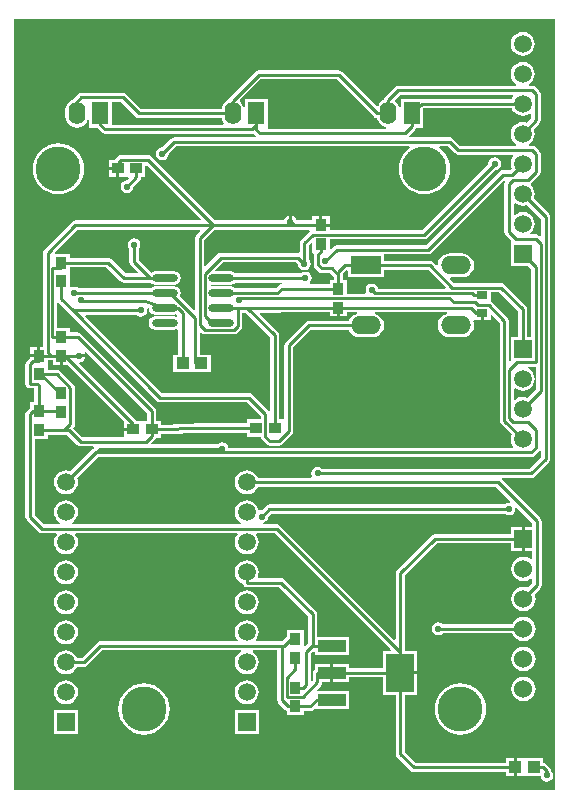
<source format=gbl>
G04*
G04 #@! TF.GenerationSoftware,Altium Limited,Altium Designer,18.1.6 (161)*
G04*
G04 Layer_Physical_Order=2*
G04 Layer_Color=16711680*
%FSLAX25Y25*%
%MOIN*%
G70*
G01*
G75*
%ADD11C,0.01000*%
%ADD31C,0.06000*%
%ADD32R,0.06000X0.06000*%
%ADD33R,0.05906X0.05906*%
%ADD34C,0.05906*%
%ADD35C,0.15000*%
%ADD36R,0.05500X0.07500*%
%ADD37O,0.05500X0.07500*%
%ADD38R,0.10000X0.06000*%
%ADD39O,0.10000X0.06000*%
%ADD40C,0.02200*%
%ADD41R,0.09449X0.12598*%
%ADD42R,0.09449X0.03937*%
%ADD43R,0.03740X0.03937*%
%ADD44R,0.04134X0.03937*%
%ADD45O,0.08661X0.02362*%
%ADD46R,0.03543X0.02756*%
%ADD47R,0.03937X0.03740*%
G36*
X181971Y-11971D02*
X1529D01*
Y244971D01*
X181971D01*
Y-11971D01*
D02*
G37*
%LPC*%
G36*
X171201Y240636D02*
X170169Y240501D01*
X169207Y240102D01*
X168382Y239469D01*
X167748Y238643D01*
X167350Y237682D01*
X167214Y236650D01*
X167350Y235618D01*
X167748Y234656D01*
X168382Y233830D01*
X169207Y233197D01*
X170169Y232799D01*
X171201Y232663D01*
X172233Y232799D01*
X173194Y233197D01*
X174020Y233830D01*
X174653Y234656D01*
X175052Y235618D01*
X175188Y236650D01*
X175052Y237682D01*
X174653Y238643D01*
X174020Y239469D01*
X173194Y240102D01*
X172233Y240501D01*
X171201Y240636D01*
D02*
G37*
G36*
Y230637D02*
X170169Y230501D01*
X169207Y230102D01*
X168382Y229469D01*
X167748Y228643D01*
X167350Y227681D01*
X167214Y226650D01*
X167350Y225618D01*
X167748Y224656D01*
X168382Y223831D01*
X168809Y223502D01*
X168894Y222824D01*
X168820Y222729D01*
X129700D01*
X129115Y222613D01*
X128619Y222281D01*
X125419Y219081D01*
X125087Y218585D01*
X124971Y218000D01*
Y217926D01*
X124609Y217776D01*
X123826Y217175D01*
X123224Y216391D01*
X123030Y215921D01*
X122539Y215824D01*
X110981Y227381D01*
X110485Y227713D01*
X109900Y227829D01*
X83200D01*
X82615Y227713D01*
X82119Y227381D01*
X73482Y218744D01*
X73150Y218248D01*
X73090Y217949D01*
X72672Y217776D01*
X71889Y217175D01*
X71287Y216391D01*
X70910Y215479D01*
X70850Y215029D01*
X44034D01*
X39181Y219881D01*
X38685Y220213D01*
X38100Y220329D01*
X24000D01*
X23415Y220213D01*
X22919Y219881D01*
X21545Y218507D01*
X21213Y218011D01*
X21205Y217970D01*
X20735Y217776D01*
X19951Y217175D01*
X19350Y216391D01*
X18972Y215479D01*
X18844Y214500D01*
Y212500D01*
X18972Y211521D01*
X19350Y210609D01*
X19951Y209825D01*
X20735Y209224D01*
X21647Y208846D01*
X22626Y208718D01*
X23605Y208846D01*
X24517Y209224D01*
X25300Y209825D01*
X25902Y210609D01*
X26280Y211521D01*
X26750Y211412D01*
Y208750D01*
X29331D01*
X29419Y208619D01*
X30919Y207119D01*
X31415Y206787D01*
X32000Y206671D01*
X81000D01*
X81503Y206771D01*
X82245Y206029D01*
X82038Y205529D01*
X55157D01*
X54572Y205413D01*
X54076Y205081D01*
X51130Y202136D01*
X50338Y201978D01*
X49643Y201514D01*
X49179Y200819D01*
X49016Y200000D01*
X49179Y199181D01*
X49643Y198486D01*
X50338Y198022D01*
X51157Y197859D01*
X51977Y198022D01*
X52671Y198486D01*
X53136Y199181D01*
X53293Y199973D01*
X55791Y202471D01*
X133416D01*
X133595Y201971D01*
X132460Y201040D01*
X131398Y199745D01*
X130609Y198269D01*
X130123Y196666D01*
X129959Y195000D01*
X130123Y193334D01*
X130609Y191731D01*
X131398Y190255D01*
X132460Y188961D01*
X133755Y187898D01*
X135231Y187109D01*
X136834Y186623D01*
X138500Y186459D01*
X140166Y186623D01*
X141769Y187109D01*
X143245Y187898D01*
X144539Y188961D01*
X145602Y190255D01*
X146391Y191731D01*
X146877Y193334D01*
X147041Y195000D01*
X146877Y196666D01*
X146391Y198269D01*
X145602Y199745D01*
X144539Y201040D01*
X143405Y201971D01*
X143584Y202471D01*
X146367D01*
X148719Y200119D01*
X149215Y199787D01*
X149800Y199671D01*
X167906D01*
X168153Y199171D01*
X167748Y198643D01*
X167350Y197681D01*
X167214Y196650D01*
X167350Y195618D01*
X167542Y195154D01*
X166968Y194579D01*
X164800D01*
X164215Y194463D01*
X163719Y194131D01*
X139117Y169529D01*
X109200D01*
X108615Y169413D01*
X108119Y169081D01*
X107332Y168295D01*
X106870Y168486D01*
Y171571D01*
X138300D01*
X138885Y171687D01*
X139381Y172019D01*
X161927Y194564D01*
X162719Y194722D01*
X163414Y195186D01*
X163878Y195881D01*
X164041Y196700D01*
X163878Y197519D01*
X163414Y198214D01*
X162719Y198678D01*
X161900Y198841D01*
X161081Y198678D01*
X160386Y198214D01*
X159922Y197519D01*
X159764Y196727D01*
X137666Y174629D01*
X106870D01*
Y175756D01*
X104000D01*
Y176256D01*
X103500D01*
Y179224D01*
X101130D01*
Y177785D01*
X95745D01*
X95678Y178119D01*
X95214Y178814D01*
X94519Y179278D01*
X94200Y179342D01*
Y177300D01*
X93200D01*
Y179342D01*
X92881Y179278D01*
X92186Y178814D01*
X91722Y178119D01*
X91655Y177785D01*
X68778D01*
X47381Y199181D01*
X46885Y199513D01*
X46300Y199629D01*
X37297D01*
X36711Y199513D01*
X36215Y199181D01*
X35115Y198081D01*
X35045Y197976D01*
X33228D01*
Y195606D01*
X36197D01*
Y195106D01*
X36697D01*
Y192236D01*
X39165D01*
Y192236D01*
X39527D01*
X39865Y191876D01*
X39907Y191774D01*
X39319Y191186D01*
X38527Y191029D01*
X37832Y190564D01*
X37368Y189870D01*
X37205Y189050D01*
X37368Y188231D01*
X37832Y187536D01*
X38527Y187072D01*
X39346Y186909D01*
X40166Y187072D01*
X40860Y187536D01*
X41325Y188231D01*
X41482Y189023D01*
X43577Y191119D01*
X43909Y191615D01*
X44025Y192200D01*
Y192236D01*
X45465D01*
Y196065D01*
X45965Y196273D01*
X63990Y178247D01*
X63799Y177785D01*
X22156D01*
X21571Y177669D01*
X21074Y177337D01*
X11819Y168081D01*
X11487Y167585D01*
X11371Y167000D01*
Y135724D01*
X10500D01*
Y132756D01*
X10000D01*
Y132256D01*
X7130D01*
Y132023D01*
X6919Y131881D01*
X5919Y130881D01*
X5587Y130385D01*
X5471Y129800D01*
Y123300D01*
X5587Y122715D01*
X5919Y122219D01*
X6415Y121887D01*
X7000Y121771D01*
X8471D01*
Y117224D01*
X7130D01*
Y115479D01*
X6919Y115337D01*
X5919Y114337D01*
X5587Y113841D01*
X5471Y113256D01*
Y79100D01*
X5587Y78515D01*
X5919Y78019D01*
X10019Y73919D01*
X10515Y73587D01*
X11100Y73471D01*
X15667D01*
X15913Y72971D01*
X15547Y72493D01*
X15149Y71532D01*
X15013Y70500D01*
X15149Y69468D01*
X15547Y68507D01*
X16181Y67681D01*
X17007Y67047D01*
X17968Y66649D01*
X19000Y66513D01*
X20032Y66649D01*
X20993Y67047D01*
X21819Y67681D01*
X22453Y68507D01*
X22851Y69468D01*
X22987Y70500D01*
X22851Y71532D01*
X22453Y72493D01*
X22087Y72971D01*
X22333Y73471D01*
X75967D01*
X76213Y72971D01*
X75847Y72493D01*
X75449Y71532D01*
X75313Y70500D01*
X75449Y69468D01*
X75847Y68507D01*
X76481Y67681D01*
X77307Y67047D01*
X78268Y66649D01*
X79300Y66513D01*
X80332Y66649D01*
X81293Y67047D01*
X82119Y67681D01*
X82753Y68507D01*
X83151Y69468D01*
X83287Y70500D01*
X83151Y71532D01*
X82753Y72493D01*
X82387Y72971D01*
X82633Y73471D01*
X88666D01*
X127376Y34761D01*
X127185Y34299D01*
X124693D01*
Y28529D01*
X113307D01*
Y29969D01*
X108083D01*
Y27000D01*
Y24032D01*
X113307D01*
Y25471D01*
X124693D01*
Y19701D01*
X128888D01*
Y0D01*
X129004Y-585D01*
X129336Y-1081D01*
X133836Y-5581D01*
X134332Y-5913D01*
X134917Y-6029D01*
X165634D01*
Y-7468D01*
X168201D01*
Y-4500D01*
Y-1531D01*
X165634D01*
Y-2971D01*
X135551D01*
X131947Y634D01*
Y19701D01*
X136142D01*
Y26500D01*
X130417D01*
Y27500D01*
X136142D01*
Y34299D01*
X131947D01*
Y59534D01*
X142534Y70120D01*
X167500D01*
Y67650D01*
X171000D01*
Y71650D01*
Y75650D01*
X167500D01*
Y73179D01*
X141900D01*
X141315Y73063D01*
X140819Y72731D01*
X129336Y61248D01*
X129004Y60752D01*
X128888Y60167D01*
Y38228D01*
X128426Y38037D01*
X90381Y76081D01*
X89885Y76413D01*
X89300Y76529D01*
X84704D01*
X84655Y77029D01*
X85119Y77122D01*
X85814Y77586D01*
X86278Y78281D01*
X86436Y79073D01*
X87433Y80071D01*
X165209D01*
X165881Y79622D01*
X166700Y79459D01*
X167519Y79622D01*
X168214Y80086D01*
X168678Y80781D01*
X168841Y81600D01*
X168794Y81836D01*
X169255Y82082D01*
X174471Y76867D01*
Y75650D01*
X172000D01*
Y71650D01*
Y67650D01*
X174471D01*
Y65042D01*
X173971Y64796D01*
X173517Y65144D01*
X172544Y65547D01*
X171500Y65684D01*
X170456Y65547D01*
X169483Y65144D01*
X168647Y64502D01*
X168006Y63667D01*
X167603Y62694D01*
X167465Y61650D01*
X167603Y60605D01*
X168006Y59632D01*
X168647Y58797D01*
X169483Y58156D01*
X170456Y57753D01*
X171500Y57615D01*
X172544Y57753D01*
X173517Y58156D01*
X173971Y58504D01*
X174471Y58257D01*
Y56783D01*
X173032Y55345D01*
X172544Y55547D01*
X171500Y55684D01*
X170456Y55547D01*
X169483Y55144D01*
X168647Y54502D01*
X168006Y53667D01*
X167603Y52694D01*
X167465Y51650D01*
X167603Y50605D01*
X168006Y49632D01*
X168647Y48797D01*
X169483Y48156D01*
X170456Y47753D01*
X171500Y47615D01*
X172544Y47753D01*
X173517Y48156D01*
X174353Y48797D01*
X174994Y49632D01*
X175397Y50605D01*
X175534Y51650D01*
X175397Y52694D01*
X175195Y53182D01*
X177081Y55068D01*
X177413Y55564D01*
X177529Y56150D01*
Y77500D01*
X177413Y78085D01*
X177081Y78581D01*
X164192Y91471D01*
X164329Y91908D01*
X164377Y91971D01*
X173958D01*
X174543Y92087D01*
X175039Y92419D01*
X179935Y97314D01*
X180267Y97810D01*
X180383Y98396D01*
Y178997D01*
X180267Y179582D01*
X179935Y180078D01*
X174860Y185154D01*
X175052Y185618D01*
X175188Y186650D01*
X175052Y187681D01*
X174653Y188643D01*
X174020Y189469D01*
X173925Y189541D01*
X173909Y190042D01*
X173987Y190124D01*
X176781Y192919D01*
X177113Y193415D01*
X177229Y194000D01*
Y200000D01*
X177113Y200585D01*
X176781Y201081D01*
X175581Y202281D01*
X175085Y202613D01*
X174500Y202729D01*
X173581D01*
X173508Y202824D01*
X173592Y203502D01*
X174020Y203831D01*
X174653Y204656D01*
X175052Y205618D01*
X175188Y206650D01*
X175052Y207681D01*
X174860Y208145D01*
X176781Y210067D01*
X177113Y210563D01*
X177229Y211149D01*
Y220000D01*
X177113Y220585D01*
X176781Y221081D01*
X175581Y222281D01*
X175085Y222613D01*
X174500Y222729D01*
X173581D01*
X173508Y222824D01*
X173592Y223502D01*
X174020Y223831D01*
X174653Y224656D01*
X175052Y225618D01*
X175188Y226650D01*
X175052Y227681D01*
X174653Y228643D01*
X174020Y229469D01*
X173194Y230102D01*
X172233Y230501D01*
X171201Y230637D01*
D02*
G37*
G36*
X35697Y194606D02*
X33228D01*
Y192236D01*
X35697D01*
Y194606D01*
D02*
G37*
G36*
X16500Y203541D02*
X14834Y203377D01*
X13231Y202891D01*
X11755Y202102D01*
X10460Y201040D01*
X9398Y199745D01*
X8609Y198269D01*
X8123Y196666D01*
X7959Y195000D01*
X8123Y193334D01*
X8609Y191731D01*
X9398Y190255D01*
X10460Y188961D01*
X11755Y187898D01*
X13231Y187109D01*
X14834Y186623D01*
X16500Y186459D01*
X18166Y186623D01*
X19769Y187109D01*
X21245Y187898D01*
X22539Y188961D01*
X23602Y190255D01*
X24391Y191731D01*
X24877Y193334D01*
X25041Y195000D01*
X24877Y196666D01*
X24391Y198269D01*
X23602Y199745D01*
X22539Y201040D01*
X21245Y202102D01*
X19769Y202891D01*
X18166Y203377D01*
X16500Y203541D01*
D02*
G37*
G36*
X106870Y179224D02*
X104500D01*
Y176756D01*
X106870D01*
Y179224D01*
D02*
G37*
G36*
X9500Y135724D02*
X7130D01*
Y133256D01*
X9500D01*
Y135724D01*
D02*
G37*
G36*
X19000Y64487D02*
X17968Y64351D01*
X17007Y63953D01*
X16181Y63319D01*
X15547Y62493D01*
X15149Y61532D01*
X15013Y60500D01*
X15149Y59468D01*
X15547Y58507D01*
X16181Y57681D01*
X17007Y57047D01*
X17968Y56649D01*
X19000Y56513D01*
X20032Y56649D01*
X20993Y57047D01*
X21819Y57681D01*
X22453Y58507D01*
X22851Y59468D01*
X22987Y60500D01*
X22851Y61532D01*
X22453Y62493D01*
X21819Y63319D01*
X20993Y63953D01*
X20032Y64351D01*
X19000Y64487D01*
D02*
G37*
G36*
X79300Y54487D02*
X78268Y54351D01*
X77307Y53953D01*
X76481Y53319D01*
X75847Y52493D01*
X75449Y51532D01*
X75313Y50500D01*
X75449Y49468D01*
X75847Y48507D01*
X76481Y47681D01*
X77307Y47047D01*
X78268Y46649D01*
X79300Y46513D01*
X80332Y46649D01*
X81293Y47047D01*
X82119Y47681D01*
X82753Y48507D01*
X83151Y49468D01*
X83287Y50500D01*
X83151Y51532D01*
X82753Y52493D01*
X82119Y53319D01*
X81293Y53953D01*
X80332Y54351D01*
X79300Y54487D01*
D02*
G37*
G36*
X19000D02*
X17968Y54351D01*
X17007Y53953D01*
X16181Y53319D01*
X15547Y52493D01*
X15149Y51532D01*
X15013Y50500D01*
X15149Y49468D01*
X15547Y48507D01*
X16181Y47681D01*
X17007Y47047D01*
X17968Y46649D01*
X19000Y46513D01*
X20032Y46649D01*
X20993Y47047D01*
X21819Y47681D01*
X22453Y48507D01*
X22851Y49468D01*
X22987Y50500D01*
X22851Y51532D01*
X22453Y52493D01*
X21819Y53319D01*
X20993Y53953D01*
X20032Y54351D01*
X19000Y54487D01*
D02*
G37*
G36*
X171500Y45684D02*
X170456Y45547D01*
X169483Y45144D01*
X168647Y44502D01*
X168006Y43667D01*
X167804Y43179D01*
X144541D01*
X143870Y43628D01*
X143050Y43791D01*
X142231Y43628D01*
X141536Y43164D01*
X141072Y42469D01*
X140909Y41650D01*
X141072Y40830D01*
X141536Y40136D01*
X142231Y39671D01*
X143050Y39509D01*
X143870Y39671D01*
X144541Y40120D01*
X167804D01*
X168006Y39632D01*
X168647Y38797D01*
X169483Y38156D01*
X170456Y37753D01*
X171500Y37615D01*
X172544Y37753D01*
X173517Y38156D01*
X174353Y38797D01*
X174994Y39632D01*
X175397Y40605D01*
X175534Y41650D01*
X175397Y42694D01*
X174994Y43667D01*
X174353Y44502D01*
X173517Y45144D01*
X172544Y45547D01*
X171500Y45684D01*
D02*
G37*
G36*
X19000Y44487D02*
X17968Y44351D01*
X17007Y43953D01*
X16181Y43319D01*
X15547Y42493D01*
X15149Y41532D01*
X15013Y40500D01*
X15149Y39468D01*
X15547Y38507D01*
X16181Y37681D01*
X17007Y37047D01*
X17968Y36649D01*
X19000Y36513D01*
X20032Y36649D01*
X20993Y37047D01*
X21819Y37681D01*
X22453Y38507D01*
X22851Y39468D01*
X22987Y40500D01*
X22851Y41532D01*
X22453Y42493D01*
X21819Y43319D01*
X20993Y43953D01*
X20032Y44351D01*
X19000Y44487D01*
D02*
G37*
G36*
X79300Y64487D02*
X78268Y64351D01*
X77307Y63953D01*
X76481Y63319D01*
X75847Y62493D01*
X75449Y61532D01*
X75313Y60500D01*
X75449Y59468D01*
X75847Y58507D01*
X76481Y57681D01*
X77307Y57047D01*
X77824Y56833D01*
X77887Y56515D01*
X78219Y56019D01*
X78715Y55687D01*
X79300Y55571D01*
X90066D01*
X99771Y45867D01*
Y36933D01*
X98832Y35995D01*
X98370Y36186D01*
Y41189D01*
X92630D01*
Y39013D01*
X91146Y37529D01*
X82633D01*
X82387Y38029D01*
X82753Y38507D01*
X83151Y39468D01*
X83287Y40500D01*
X83151Y41532D01*
X82753Y42493D01*
X82119Y43319D01*
X81293Y43953D01*
X80332Y44351D01*
X79300Y44487D01*
X78268Y44351D01*
X77307Y43953D01*
X76481Y43319D01*
X75847Y42493D01*
X75449Y41532D01*
X75313Y40500D01*
X75449Y39468D01*
X75847Y38507D01*
X76213Y38029D01*
X75967Y37529D01*
X30400D01*
X29815Y37413D01*
X29318Y37081D01*
X24266Y32029D01*
X22645D01*
X22453Y32493D01*
X21819Y33319D01*
X20993Y33953D01*
X20032Y34351D01*
X19000Y34487D01*
X17968Y34351D01*
X17007Y33953D01*
X16181Y33319D01*
X15547Y32493D01*
X15149Y31532D01*
X15013Y30500D01*
X15149Y29468D01*
X15547Y28507D01*
X16181Y27681D01*
X17007Y27047D01*
X17968Y26649D01*
X19000Y26513D01*
X20032Y26649D01*
X20993Y27047D01*
X21819Y27681D01*
X22453Y28507D01*
X22645Y28971D01*
X24900D01*
X25485Y29087D01*
X25981Y29419D01*
X31034Y34471D01*
X77250D01*
X77350Y33971D01*
X77307Y33953D01*
X76481Y33319D01*
X75847Y32493D01*
X75449Y31532D01*
X75313Y30500D01*
X75449Y29468D01*
X75847Y28507D01*
X76481Y27681D01*
X77307Y27047D01*
X78268Y26649D01*
X79300Y26513D01*
X80332Y26649D01*
X81293Y27047D01*
X82119Y27681D01*
X82753Y28507D01*
X83151Y29468D01*
X83287Y30500D01*
X83151Y31532D01*
X82753Y32493D01*
X82119Y33319D01*
X81293Y33953D01*
X81250Y33971D01*
X81350Y34471D01*
X89400D01*
Y18000D01*
X89517Y17415D01*
X89848Y16919D01*
X92069Y14698D01*
X92565Y14367D01*
X92630Y14354D01*
Y12811D01*
X98370D01*
Y14250D01*
X100400D01*
X100985Y14367D01*
X101481Y14698D01*
X101481Y14698D01*
X101488Y14703D01*
X101858Y14976D01*
X113307D01*
Y20913D01*
X102719D01*
X102528Y21375D01*
X103881Y22729D01*
X104213Y23225D01*
X104329Y23810D01*
Y24032D01*
X107083D01*
Y27000D01*
Y29969D01*
X101858D01*
Y28175D01*
X101719Y28081D01*
X101387Y27585D01*
X101271Y27000D01*
Y24538D01*
X101024Y24343D01*
X100529Y24565D01*
Y33367D01*
X101358Y34195D01*
X101858Y33988D01*
Y33087D01*
X113307D01*
Y39024D01*
X102829D01*
Y46500D01*
X102713Y47085D01*
X102381Y47581D01*
X91781Y58181D01*
X91285Y58513D01*
X90700Y58629D01*
X83254D01*
X82976Y59045D01*
X83151Y59468D01*
X83287Y60500D01*
X83151Y61532D01*
X82753Y62493D01*
X82119Y63319D01*
X81293Y63953D01*
X80332Y64351D01*
X79300Y64487D01*
D02*
G37*
G36*
X171500Y35684D02*
X170456Y35547D01*
X169483Y35144D01*
X168647Y34502D01*
X168006Y33667D01*
X167603Y32694D01*
X167465Y31650D01*
X167603Y30605D01*
X168006Y29632D01*
X168647Y28797D01*
X169483Y28156D01*
X170456Y27753D01*
X171500Y27615D01*
X172544Y27753D01*
X173517Y28156D01*
X174353Y28797D01*
X174994Y29632D01*
X175397Y30605D01*
X175534Y31650D01*
X175397Y32694D01*
X174994Y33667D01*
X174353Y34502D01*
X173517Y35144D01*
X172544Y35547D01*
X171500Y35684D01*
D02*
G37*
G36*
Y25684D02*
X170456Y25547D01*
X169483Y25144D01*
X168647Y24502D01*
X168006Y23667D01*
X167603Y22694D01*
X167465Y21650D01*
X167603Y20605D01*
X168006Y19632D01*
X168647Y18797D01*
X169483Y18156D01*
X170456Y17752D01*
X171500Y17615D01*
X172544Y17752D01*
X173517Y18156D01*
X174353Y18797D01*
X174994Y19632D01*
X175397Y20605D01*
X175534Y21650D01*
X175397Y22694D01*
X174994Y23667D01*
X174353Y24502D01*
X173517Y25144D01*
X172544Y25547D01*
X171500Y25684D01*
D02*
G37*
G36*
X79300Y24487D02*
X78268Y24351D01*
X77307Y23953D01*
X76481Y23319D01*
X75847Y22493D01*
X75449Y21532D01*
X75313Y20500D01*
X75449Y19468D01*
X75847Y18507D01*
X76481Y17681D01*
X77307Y17047D01*
X78268Y16649D01*
X79300Y16513D01*
X80332Y16649D01*
X81293Y17047D01*
X82119Y17681D01*
X82753Y18507D01*
X83151Y19468D01*
X83287Y20500D01*
X83151Y21532D01*
X82753Y22493D01*
X82119Y23319D01*
X81293Y23953D01*
X80332Y24351D01*
X79300Y24487D01*
D02*
G37*
G36*
X19000D02*
X17968Y24351D01*
X17007Y23953D01*
X16181Y23319D01*
X15547Y22493D01*
X15149Y21532D01*
X15013Y20500D01*
X15149Y19468D01*
X15547Y18507D01*
X16181Y17681D01*
X17007Y17047D01*
X17968Y16649D01*
X19000Y16513D01*
X20032Y16649D01*
X20993Y17047D01*
X21819Y17681D01*
X22453Y18507D01*
X22851Y19468D01*
X22987Y20500D01*
X22851Y21532D01*
X22453Y22493D01*
X21819Y23319D01*
X20993Y23953D01*
X20032Y24351D01*
X19000Y24487D01*
D02*
G37*
G36*
X83253Y14453D02*
X75347D01*
Y6547D01*
X83253D01*
Y14453D01*
D02*
G37*
G36*
X22953D02*
X15047D01*
Y6547D01*
X22953D01*
Y14453D01*
D02*
G37*
G36*
X150500Y23479D02*
X148834Y23315D01*
X147231Y22829D01*
X145755Y22040D01*
X144460Y20978D01*
X143398Y19683D01*
X142609Y18207D01*
X142123Y16604D01*
X141959Y14938D01*
X142123Y13272D01*
X142609Y11670D01*
X143398Y10193D01*
X144460Y8899D01*
X145755Y7836D01*
X147231Y7047D01*
X148834Y6561D01*
X150500Y6397D01*
X152166Y6561D01*
X153769Y7047D01*
X155245Y7836D01*
X156539Y8899D01*
X157602Y10193D01*
X158391Y11670D01*
X158877Y13272D01*
X159041Y14938D01*
X158877Y16604D01*
X158391Y18207D01*
X157602Y19683D01*
X156539Y20978D01*
X155245Y22040D01*
X153769Y22829D01*
X152166Y23315D01*
X150500Y23479D01*
D02*
G37*
G36*
X45000D02*
X43334Y23315D01*
X41732Y22829D01*
X40255Y22040D01*
X38960Y20978D01*
X37898Y19683D01*
X37109Y18207D01*
X36623Y16604D01*
X36459Y14938D01*
X36623Y13272D01*
X37109Y11670D01*
X37898Y10193D01*
X38960Y8899D01*
X40255Y7836D01*
X41732Y7047D01*
X43334Y6561D01*
X45000Y6397D01*
X46666Y6561D01*
X48268Y7047D01*
X49745Y7836D01*
X51039Y8899D01*
X52102Y10193D01*
X52891Y11670D01*
X53377Y13272D01*
X53541Y14938D01*
X53377Y16604D01*
X52891Y18207D01*
X52102Y19683D01*
X51039Y20978D01*
X49745Y22040D01*
X48268Y22829D01*
X46666Y23315D01*
X45000Y23479D01*
D02*
G37*
G36*
X171933Y-1531D02*
X171433Y-1531D01*
X169201D01*
Y-4500D01*
Y-7468D01*
X171433D01*
X171768Y-7468D01*
X172268Y-7468D01*
X177212D01*
X177322Y-8019D01*
X177786Y-8714D01*
X178481Y-9178D01*
X179300Y-9341D01*
X180119Y-9178D01*
X180814Y-8714D01*
X181278Y-8019D01*
X181441Y-7200D01*
X181278Y-6381D01*
X180814Y-5686D01*
X180806Y-5680D01*
X180713Y-5215D01*
X180381Y-4719D01*
X179081Y-3419D01*
X178585Y-3087D01*
X178067Y-2984D01*
Y-1531D01*
X172268D01*
X171933Y-1531D01*
D02*
G37*
%LPD*%
G36*
X168153Y219171D02*
X167748Y218643D01*
X167556Y218179D01*
X138124D01*
Y218250D01*
X130624D01*
Y215588D01*
X130154Y215479D01*
X129776Y216391D01*
X129174Y217175D01*
X128719Y217524D01*
X128686Y218023D01*
X130333Y219671D01*
X167906D01*
X168153Y219171D01*
D02*
G37*
G36*
X167748Y214656D02*
X168382Y213830D01*
X169207Y213197D01*
X170169Y212799D01*
X171201Y212663D01*
X172233Y212799D01*
X173194Y213197D01*
X173671Y213562D01*
X174171Y213316D01*
Y211782D01*
X172697Y210308D01*
X172233Y210501D01*
X171201Y210636D01*
X170169Y210501D01*
X169207Y210102D01*
X168382Y209469D01*
X167748Y208643D01*
X167350Y207681D01*
X167214Y206650D01*
X167350Y205618D01*
X167748Y204656D01*
X168382Y203831D01*
X168809Y203502D01*
X168894Y202824D01*
X168820Y202729D01*
X150434D01*
X148081Y205081D01*
X147585Y205413D01*
X147000Y205529D01*
X133599D01*
X133392Y206029D01*
X135455Y208093D01*
X135787Y208589D01*
X135819Y208750D01*
X138124D01*
Y215087D01*
X138157Y215120D01*
X167556D01*
X167748Y214656D01*
D02*
G37*
G36*
X42319Y212419D02*
X42815Y212087D01*
X43400Y211971D01*
X70850D01*
X70910Y211521D01*
X71287Y210609D01*
X71579Y210229D01*
X71332Y209729D01*
X34250D01*
Y217271D01*
X37466D01*
X42319Y212419D01*
D02*
G37*
G36*
X121619D02*
X122115Y212087D01*
X122700Y211971D01*
X122787D01*
X122846Y211521D01*
X123224Y210609D01*
X123826Y209825D01*
X124609Y209224D01*
X125521Y208846D01*
X125651Y208829D01*
X125618Y208329D01*
X86379D01*
X86187Y208750D01*
Y218250D01*
X78687D01*
Y215588D01*
X78216Y215479D01*
X77839Y216391D01*
X77237Y217175D01*
X76973Y217378D01*
X76940Y217877D01*
X83833Y224771D01*
X109266D01*
X121619Y212419D01*
D02*
G37*
G36*
X169207Y183197D02*
X170169Y182799D01*
X171201Y182663D01*
X172233Y182799D01*
X172697Y182991D01*
X177324Y178363D01*
Y172792D01*
X176862Y172601D01*
X176781Y172681D01*
X176285Y173013D01*
X175700Y173129D01*
X173928D01*
X173758Y173629D01*
X174020Y173830D01*
X174653Y174656D01*
X175052Y175618D01*
X175188Y176650D01*
X175052Y177682D01*
X174653Y178643D01*
X174020Y179469D01*
X173194Y180102D01*
X172233Y180501D01*
X171201Y180637D01*
X170169Y180501D01*
X169207Y180102D01*
X168729Y179736D01*
X168229Y179982D01*
Y183317D01*
X168729Y183564D01*
X169207Y183197D01*
D02*
G37*
G36*
X100286Y174226D02*
X100219Y174181D01*
X97304Y171267D01*
X96973Y170771D01*
X96856Y170186D01*
Y167216D01*
X96470Y166899D01*
X96386Y166915D01*
X70586D01*
X70000Y166799D01*
X69504Y166467D01*
X65591Y162554D01*
X65129Y162746D01*
Y171337D01*
X68748Y174726D01*
X100134D01*
X100286Y174226D01*
D02*
G37*
G36*
X101130Y170114D02*
Y166988D01*
X101247D01*
X101564Y166602D01*
X101545Y166502D01*
Y163000D01*
X101661Y162415D01*
X101993Y161919D01*
X103199Y160712D01*
X103695Y160381D01*
X104280Y160264D01*
X106921D01*
X108219Y158967D01*
Y158020D01*
X106878D01*
Y156581D01*
X100454D01*
X100303Y157081D01*
X100320Y157092D01*
X100784Y157787D01*
X100947Y158606D01*
X100784Y159426D01*
X100320Y160120D01*
X99626Y160584D01*
X98806Y160747D01*
X97987Y160584D01*
X97315Y160136D01*
X75550D01*
X75521Y160179D01*
X74800Y160661D01*
X73949Y160830D01*
X68846D01*
X68655Y161292D01*
X71219Y163856D01*
X95752D01*
X96250Y163359D01*
X96408Y162566D01*
X96872Y161872D01*
X97566Y161408D01*
X98386Y161245D01*
X99205Y161408D01*
X99900Y161872D01*
X100364Y162566D01*
X100527Y163386D01*
X100364Y164205D01*
X99915Y164877D01*
Y169552D01*
X100668Y170305D01*
X101130Y170114D01*
D02*
G37*
G36*
X145546Y155491D02*
X145354Y155029D01*
X123056D01*
X122978Y155419D01*
X122514Y156114D01*
X121819Y156578D01*
X121000Y156741D01*
X120181Y156578D01*
X119486Y156114D01*
X119022Y155419D01*
X118859Y154600D01*
X118992Y153929D01*
X118701Y153429D01*
X112618D01*
Y158020D01*
X111277D01*
Y159922D01*
X112465Y161109D01*
X112965Y160902D01*
Y158807D01*
X124965D01*
Y161278D01*
X139760D01*
X145546Y155491D01*
D02*
G37*
G36*
X90945Y156581D02*
X90360Y156464D01*
X89864Y156133D01*
X88867Y155136D01*
X75550D01*
X75521Y155179D01*
X74800Y155661D01*
X73949Y155830D01*
X67650D01*
X67579Y155816D01*
X67225Y156106D01*
X67579Y156396D01*
X67650Y156382D01*
X73949D01*
X74800Y156552D01*
X75521Y157034D01*
X75550Y157077D01*
X90936D01*
X90945Y156581D01*
D02*
G37*
G36*
X63777Y174261D02*
X62555Y173116D01*
X62540Y173096D01*
X62519Y173081D01*
X62366Y172854D01*
X62207Y172631D01*
X62201Y172606D01*
X62187Y172585D01*
X62134Y172317D01*
X62071Y172050D01*
X62076Y172025D01*
X62071Y172000D01*
Y148095D01*
X61609Y147904D01*
X56966Y152546D01*
X57106Y152755D01*
X57275Y153606D01*
X57106Y154457D01*
X56624Y155179D01*
X55902Y155661D01*
X55051Y155830D01*
X48752D01*
X47901Y155661D01*
X47179Y155179D01*
X47151Y155136D01*
X23191D01*
X22519Y155584D01*
X21700Y155747D01*
X20881Y155584D01*
X20811Y155538D01*
X20370Y155774D01*
Y160425D01*
X20370Y160425D01*
Y160787D01*
X20370D01*
X20370Y160925D01*
Y162226D01*
X32467D01*
X37168Y157525D01*
X37664Y157193D01*
X38250Y157077D01*
X47151D01*
X47179Y157034D01*
X47901Y156552D01*
X48752Y156382D01*
X55051D01*
X55902Y156552D01*
X56624Y157034D01*
X57106Y157755D01*
X57275Y158606D01*
X57106Y159457D01*
X56624Y160179D01*
X55902Y160661D01*
X55051Y160830D01*
X48752D01*
X47901Y160661D01*
X47482Y160381D01*
X43229Y164634D01*
Y168209D01*
X43678Y168881D01*
X43841Y169700D01*
X43678Y170519D01*
X43214Y171214D01*
X42519Y171678D01*
X41700Y171841D01*
X40881Y171678D01*
X40186Y171214D01*
X39722Y170519D01*
X39559Y169700D01*
X39722Y168881D01*
X40171Y168209D01*
Y164000D01*
X40287Y163415D01*
X40619Y162919D01*
X42940Y160598D01*
X42748Y160136D01*
X38883D01*
X34181Y164837D01*
X33685Y165169D01*
X33100Y165285D01*
X20370D01*
Y166724D01*
X15440D01*
X15249Y167186D01*
X22789Y174726D01*
X63594D01*
X63777Y174261D01*
D02*
G37*
G36*
X110248Y145783D02*
X112618D01*
Y147223D01*
X116029D01*
X116061Y146723D01*
X115920Y146704D01*
X114947Y146301D01*
X114112Y145660D01*
X113471Y144824D01*
X113268Y144336D01*
X100000D01*
X99415Y144220D01*
X98919Y143888D01*
X92219Y137188D01*
X91887Y136692D01*
X91771Y136107D01*
Y111913D01*
X91618Y111476D01*
X90179D01*
Y139457D01*
X90063Y140042D01*
X89731Y140538D01*
X83654Y146615D01*
X83846Y147077D01*
X90200D01*
X90785Y147193D01*
X90829Y147223D01*
X106878D01*
Y145783D01*
X109248D01*
Y148752D01*
X110248D01*
Y145783D01*
D02*
G37*
G36*
X46531Y148592D02*
X46697Y147755D01*
X47179Y147034D01*
X47901Y146552D01*
X48752Y146382D01*
X55051D01*
X55685Y146509D01*
X56119Y146143D01*
X56112Y146038D01*
X55643Y145712D01*
X55051Y145830D01*
X48752D01*
X47901Y145661D01*
X47179Y145179D01*
X46697Y144457D01*
X46528Y143606D01*
X46697Y142755D01*
X47179Y142034D01*
X47901Y141552D01*
X48752Y141382D01*
X55051D01*
X55821Y141535D01*
X56321Y141289D01*
Y133075D01*
X54783D01*
Y127138D01*
X60917D01*
X60917Y127138D01*
X61083D01*
Y127138D01*
X61417Y127138D01*
X67216D01*
Y133075D01*
X63529D01*
Y140323D01*
X63991Y140514D01*
X64287Y140219D01*
X64783Y139887D01*
X65368Y139771D01*
X75000D01*
X75585Y139887D01*
X76081Y140219D01*
X77381Y141519D01*
X77713Y142015D01*
X77829Y142600D01*
Y147077D01*
X78866D01*
X87120Y138823D01*
Y114375D01*
X86620Y114223D01*
X86581Y114281D01*
X81081Y119781D01*
X80585Y120113D01*
X80000Y120229D01*
X51022D01*
X25343Y145909D01*
X25535Y146371D01*
X42509D01*
X43181Y145922D01*
X44000Y145759D01*
X44819Y145922D01*
X45514Y146386D01*
X45978Y147081D01*
X46141Y147900D01*
X46069Y148262D01*
X46414Y148577D01*
X46511Y148606D01*
X46531Y148592D01*
D02*
G37*
G36*
X165451Y190831D02*
X165287Y190585D01*
X165171Y190000D01*
Y174000D01*
X165287Y173415D01*
X165619Y172919D01*
X167473Y171064D01*
X167281Y170602D01*
X167248D01*
Y162697D01*
X172991D01*
X174124Y161563D01*
Y138953D01*
X172730D01*
Y148199D01*
X172614Y148784D01*
X172282Y149281D01*
X165081Y156481D01*
X164585Y156813D01*
X164000Y156929D01*
X148433D01*
X147090Y158273D01*
X147298Y158773D01*
X150965D01*
X152009Y158910D01*
X152982Y159313D01*
X153817Y159954D01*
X154459Y160790D01*
X154862Y161763D01*
X154999Y162807D01*
X154862Y163851D01*
X154459Y164824D01*
X153817Y165660D01*
X152982Y166301D01*
X152009Y166704D01*
X150965Y166841D01*
X146965D01*
X145920Y166704D01*
X144947Y166301D01*
X144112Y165660D01*
X143471Y164824D01*
X143068Y163851D01*
X142969Y163101D01*
X142441Y162922D01*
X141474Y163888D01*
X140978Y164220D01*
X140393Y164336D01*
X124965D01*
Y166471D01*
X139750D01*
X140336Y166587D01*
X140832Y166919D01*
X165062Y191149D01*
X165451Y190831D01*
D02*
G37*
G36*
X146061Y146723D02*
X145920Y146704D01*
X144947Y146301D01*
X144112Y145660D01*
X143471Y144824D01*
X143068Y143851D01*
X142930Y142807D01*
X143068Y141763D01*
X143471Y140790D01*
X144112Y139954D01*
X144947Y139313D01*
X145920Y138910D01*
X146965Y138772D01*
X150965D01*
X152009Y138910D01*
X152982Y139313D01*
X153817Y139954D01*
X154459Y140790D01*
X154862Y141763D01*
X154999Y142807D01*
X154862Y143851D01*
X154712Y144212D01*
X155092Y144602D01*
X157248D01*
Y146980D01*
X158248D01*
Y144602D01*
X160520D01*
Y146164D01*
X160982Y146355D01*
X163571Y143766D01*
Y111101D01*
X163687Y110515D01*
X164019Y110019D01*
X167542Y106496D01*
X167350Y106032D01*
X167214Y105000D01*
X167350Y103968D01*
X167748Y103007D01*
X168114Y102529D01*
X167868Y102029D01*
X73176D01*
X73078Y102519D01*
X72614Y103214D01*
X71919Y103678D01*
X71100Y103841D01*
X70281Y103678D01*
X69609Y103229D01*
X47695D01*
X47504Y103691D01*
X48731Y104919D01*
X48943Y105236D01*
X50618D01*
Y106661D01*
X65222Y107077D01*
X79382D01*
Y105736D01*
X83971D01*
Y105700D01*
X84087Y105115D01*
X84419Y104619D01*
X85919Y103119D01*
X86415Y102787D01*
X87000Y102671D01*
X90000D01*
X90585Y102787D01*
X91081Y103119D01*
X94381Y106419D01*
X94713Y106915D01*
X94829Y107500D01*
Y135474D01*
X100634Y141278D01*
X113268D01*
X113471Y140790D01*
X114112Y139954D01*
X114947Y139313D01*
X115920Y138910D01*
X116965Y138772D01*
X120965D01*
X122009Y138910D01*
X122982Y139313D01*
X123817Y139954D01*
X124459Y140790D01*
X124862Y141763D01*
X124999Y142807D01*
X124862Y143851D01*
X124459Y144824D01*
X123817Y145660D01*
X122982Y146301D01*
X122009Y146704D01*
X121868Y146723D01*
X121901Y147223D01*
X146029D01*
X146061Y146723D01*
D02*
G37*
G36*
X169671Y147566D02*
Y138953D01*
X167248D01*
Y131047D01*
X167248Y131047D01*
X167248D01*
X167118Y130905D01*
X166629Y131107D01*
Y144400D01*
X166513Y144985D01*
X166181Y145481D01*
X161081Y150581D01*
X160585Y150913D01*
X160520Y150926D01*
Y153871D01*
X163366D01*
X169671Y147566D01*
D02*
G37*
G36*
X18000Y129740D02*
X19506D01*
X38382Y110864D01*
Y108606D01*
X41350D01*
Y107606D01*
X38382D01*
Y105529D01*
X24490D01*
X21341Y108678D01*
X21581Y108919D01*
X21913Y109415D01*
X22029Y110000D01*
Y121957D01*
X21913Y122542D01*
X21581Y123038D01*
X17081Y127538D01*
X16585Y127870D01*
X16000Y127986D01*
X12870D01*
Y129425D01*
X12870Y129425D01*
Y129787D01*
X12870D01*
X12870Y129925D01*
Y131226D01*
X13510D01*
X13747Y131179D01*
X14630D01*
Y129740D01*
X17000D01*
Y132709D01*
X18000D01*
Y129740D01*
D02*
G37*
G36*
X175724Y128960D02*
Y121686D01*
X172697Y118659D01*
X172233Y118851D01*
X171201Y118987D01*
X170169Y118851D01*
X169207Y118453D01*
X168729Y118086D01*
X168229Y118333D01*
Y121668D01*
X168729Y121914D01*
X169207Y121547D01*
X170169Y121149D01*
X171201Y121013D01*
X172233Y121149D01*
X173194Y121547D01*
X174020Y122181D01*
X174653Y123007D01*
X175052Y123968D01*
X175188Y125000D01*
X175052Y126032D01*
X174653Y126993D01*
X174020Y127819D01*
X173194Y128453D01*
X173037Y128518D01*
X173137Y129018D01*
X175654D01*
X175724Y128960D01*
D02*
G37*
G36*
X46120Y113625D02*
Y110976D01*
X44681D01*
Y110976D01*
X44319D01*
Y110976D01*
X42541D01*
X42432Y111140D01*
X23481Y130090D01*
X23668Y130611D01*
X24270Y130730D01*
X24964Y131195D01*
X25429Y131889D01*
X25492Y132209D01*
X23450D01*
Y133209D01*
X25492D01*
X25429Y133528D01*
X25265Y133773D01*
X25653Y134092D01*
X46120Y113625D01*
D02*
G37*
G36*
X20108Y146819D02*
X49308Y117619D01*
X49804Y117287D01*
X50389Y117171D01*
X79366D01*
X83971Y112566D01*
Y111476D01*
X79382D01*
Y110136D01*
X65200D01*
X65178Y110131D01*
X65156Y110135D01*
X50977Y109731D01*
X50618Y110080D01*
Y110976D01*
X49179D01*
Y114258D01*
X49063Y114843D01*
X48731Y115340D01*
X23981Y140089D01*
X23485Y140421D01*
X22900Y140537D01*
X20370D01*
Y141976D01*
X16029D01*
Y150212D01*
X16092Y150260D01*
X16529Y150397D01*
X20108Y146819D01*
D02*
G37*
G36*
X22775Y102919D02*
X23271Y102587D01*
X23857Y102471D01*
X28154D01*
X28346Y102009D01*
X27919Y101582D01*
X27919Y101581D01*
X20496Y94159D01*
X20032Y94351D01*
X19000Y94487D01*
X17968Y94351D01*
X17007Y93953D01*
X16181Y93319D01*
X15547Y92493D01*
X15149Y91532D01*
X15013Y90500D01*
X15149Y89468D01*
X15547Y88507D01*
X16181Y87681D01*
X17007Y87047D01*
X17968Y86649D01*
X19000Y86513D01*
X20032Y86649D01*
X20993Y87047D01*
X21819Y87681D01*
X22453Y88507D01*
X22851Y89468D01*
X22987Y90500D01*
X22851Y91532D01*
X22659Y91996D01*
X29634Y98971D01*
X174154D01*
X174739Y99087D01*
X175235Y99419D01*
X176735Y100919D01*
X176824Y101052D01*
X177324Y100900D01*
Y99029D01*
X173325Y95029D01*
X104391D01*
X103719Y95478D01*
X102900Y95641D01*
X102081Y95478D01*
X101386Y95014D01*
X100922Y94319D01*
X100759Y93500D01*
X100922Y92681D01*
X101062Y92470D01*
X100827Y92029D01*
X82945D01*
X82753Y92493D01*
X82119Y93319D01*
X81293Y93953D01*
X80332Y94351D01*
X79300Y94487D01*
X78268Y94351D01*
X77307Y93953D01*
X76481Y93319D01*
X75847Y92493D01*
X75449Y91532D01*
X75313Y90500D01*
X75449Y89468D01*
X75847Y88507D01*
X76481Y87681D01*
X77307Y87047D01*
X78268Y86649D01*
X79300Y86513D01*
X80332Y86649D01*
X81293Y87047D01*
X82119Y87681D01*
X82753Y88507D01*
X82945Y88971D01*
X162366D01*
X167182Y84155D01*
X166936Y83694D01*
X166700Y83741D01*
X165881Y83578D01*
X165209Y83129D01*
X86800D01*
X86215Y83013D01*
X85719Y82681D01*
X84273Y81236D01*
X83709Y81124D01*
X83165Y81423D01*
X83151Y81532D01*
X82753Y82493D01*
X82119Y83319D01*
X81293Y83953D01*
X80332Y84351D01*
X79300Y84487D01*
X78268Y84351D01*
X77307Y83953D01*
X76481Y83319D01*
X75847Y82493D01*
X75449Y81532D01*
X75313Y80500D01*
X75449Y79468D01*
X75847Y78507D01*
X76481Y77681D01*
X77307Y77047D01*
X77350Y77029D01*
X77250Y76529D01*
X21050D01*
X20950Y77029D01*
X20993Y77047D01*
X21819Y77681D01*
X22453Y78507D01*
X22851Y79468D01*
X22987Y80500D01*
X22851Y81532D01*
X22453Y82493D01*
X21819Y83319D01*
X20993Y83953D01*
X20032Y84351D01*
X19000Y84487D01*
X17968Y84351D01*
X17007Y83953D01*
X16181Y83319D01*
X15547Y82493D01*
X15149Y81532D01*
X15013Y80500D01*
X15149Y79468D01*
X15547Y78507D01*
X16181Y77681D01*
X17007Y77047D01*
X17050Y77029D01*
X16950Y76529D01*
X11733D01*
X8529Y79734D01*
Y104988D01*
X12870D01*
Y106427D01*
X19266D01*
X22775Y102919D01*
D02*
G37*
D11*
X93700Y176256D02*
X95100D01*
X79500Y148606D02*
X90200D01*
X76300D02*
X79500D01*
X70799D02*
X76300D01*
X130417Y33883D02*
Y60167D01*
X102800Y23810D02*
Y27000D01*
X95100Y176256D02*
X104000D01*
X68144D02*
X93700D01*
X22156D02*
X68144D01*
X14000Y132709D02*
X17500D01*
X13747D02*
X14000D01*
X18700D02*
X23450D01*
X8000Y130800D02*
X10000D01*
X62000Y130106D02*
Y145350D01*
X82437Y209637D02*
Y213500D01*
Y208000D02*
Y209637D01*
X24000Y151100D02*
X45400D01*
X109748Y159600D02*
Y160555D01*
Y155051D02*
Y159600D01*
X38250Y158606D02*
X47094D01*
X14500Y161900D02*
X17500D01*
X90930Y36000D02*
X91780D01*
X30400D02*
X90930D01*
X10600Y126457D02*
X16000D01*
X18457Y107957D02*
X19900D01*
X10000D02*
X18457D01*
X21189Y147900D02*
X50389Y118700D01*
X17500Y151589D02*
X21189Y147900D01*
X29000Y100500D02*
X30200Y101700D01*
X29000Y100500D02*
X174154D01*
X101055Y36055D02*
X101300D01*
X79300Y57100D02*
X90700D01*
X63600Y172000D02*
X68144Y176256D01*
X63600Y143068D02*
Y172000D01*
Y143068D02*
X65368Y141300D01*
X75000D01*
X76300Y142600D01*
Y148606D01*
X98386Y163386D02*
Y170186D01*
X101300Y173100D01*
X138300D01*
X161900Y196700D01*
X21700Y153606D02*
X51902D01*
X137524Y216650D02*
X171201D01*
X134374Y213500D02*
X137524Y216650D01*
X24000Y151100D02*
Y151200D01*
X45400Y151100D02*
X51902Y148606D01*
X102900Y93500D02*
X173958D01*
X178854Y98396D01*
Y178997D01*
X171201Y186650D02*
X178854Y178997D01*
X79300Y90500D02*
X163000D01*
X176000Y77500D01*
Y56150D02*
Y77500D01*
X171500Y51650D02*
X176000Y56150D01*
X94000Y38220D02*
X95500D01*
X90930Y18000D02*
Y36000D01*
Y18000D02*
X93150Y15780D01*
X95500D01*
X65200Y108606D02*
X82350D01*
X47650Y108106D02*
X65200Y108606D01*
X33100Y163756D02*
X38250Y158606D01*
X17500Y163756D02*
X33100D01*
X18457Y107957D02*
X20500Y110000D01*
Y121957D01*
X16000Y126457D02*
X20500Y121957D01*
X155114Y152886D02*
X157748D01*
X154500Y153500D02*
X155114Y152886D01*
X122100Y153500D02*
X154500D01*
X121000Y154600D02*
X122100Y153500D01*
X21189Y147900D02*
X44000D01*
X143050Y41650D02*
X171500D01*
X30200Y101700D02*
X71100D01*
X171201Y206650D02*
X175700Y211149D01*
Y220000D01*
X174500Y221200D02*
X175700Y220000D01*
X129700Y221200D02*
X174500D01*
X126500Y218000D02*
X129700Y221200D01*
X126500Y213500D02*
Y218000D01*
X105400Y164200D02*
X109200Y168000D01*
X139750D01*
X164800Y193050D01*
X167601D01*
X171201Y196650D01*
X95500Y28270D02*
Y31921D01*
X92530Y25300D02*
X95500Y28270D01*
X92530Y19010D02*
Y25300D01*
Y19010D02*
X98000D01*
X102800Y23810D01*
Y27000D02*
X107583D01*
X95500Y22079D02*
X98000D01*
X99000Y23079D01*
Y34000D01*
X101055Y36055D01*
X84300Y79100D02*
X86800Y81600D01*
X166700D01*
X76600Y151300D02*
X77200Y151900D01*
X146820D01*
X148220Y150500D01*
X155400D01*
X156400Y149500D01*
X160000D01*
X165100Y144400D01*
Y111101D02*
Y144400D01*
Y111101D02*
X171201Y105000D01*
Y115000D02*
X177254Y121053D01*
Y170046D01*
X175700Y171600D02*
X177254Y170046D01*
X169100Y171600D02*
X175700D01*
X166700Y174000D02*
X169100Y171600D01*
X166700Y174000D02*
Y190000D01*
X167900Y191200D01*
X172900D01*
X175700Y194000D01*
Y200000D01*
X174500Y201200D02*
X175700Y200000D01*
X149800Y201200D02*
X174500D01*
X147000Y204000D02*
X149800Y201200D01*
X55157Y204000D02*
X147000D01*
X51157Y200000D02*
X55157Y204000D01*
X19000Y90500D02*
X29000Y100500D01*
X174154D02*
X175654Y102000D01*
Y108000D01*
X173154Y110500D02*
X175654Y108000D01*
X168000Y110500D02*
X173154D01*
X166700Y111800D02*
X168000Y110500D01*
X166700Y111800D02*
Y128000D01*
X169247Y130547D01*
X175654D01*
Y162197D01*
X171201Y166650D02*
X175654Y162197D01*
X93700Y177300D02*
X94056D01*
X95100Y176256D01*
X96386Y165386D02*
X98386Y163386D01*
X70586Y165386D02*
X96386D01*
X65200Y160000D02*
X70586Y165386D01*
X65200Y146006D02*
Y160000D01*
Y146006D02*
X67600Y143606D01*
X70799D01*
X51902Y153606D02*
X53743D01*
X62000Y145350D01*
Y130106D02*
X64150D01*
X104000Y167428D02*
Y169957D01*
X103074Y166502D02*
X104000Y167428D01*
X103074Y163000D02*
Y166502D01*
Y163000D02*
X104280Y161794D01*
X107554D01*
X109748Y159600D01*
X100000Y142807D02*
X118965D01*
X93300Y136107D02*
X100000Y142807D01*
X93300Y107500D02*
Y136107D01*
X90000Y104200D02*
X93300Y107500D01*
X87000Y104200D02*
X90000D01*
X85500Y105700D02*
X87000Y104200D01*
X85500Y105700D02*
Y113200D01*
X80000Y118700D02*
X85500Y113200D01*
X50389Y118700D02*
X80000D01*
X17500Y151589D02*
Y157457D01*
X70799Y158606D02*
X98806D01*
X41700Y164000D02*
Y169700D01*
Y164000D02*
X47094Y158606D01*
X51902D01*
X39346Y189050D02*
X42496Y192200D01*
Y195106D01*
X130417Y27000D02*
Y33883D01*
X89300Y75000D02*
X130417Y33883D01*
X11100Y75000D02*
X89300D01*
X7000Y79100D02*
X11100Y75000D01*
X7000Y79100D02*
Y113256D01*
X8000Y114256D01*
X10000D01*
X179300Y-7200D02*
Y-5800D01*
X178000Y-4500D02*
X179300Y-5800D01*
X175000Y-4500D02*
X178000D01*
X17500Y139008D02*
X22900D01*
X47650Y114258D01*
Y108106D02*
Y114258D01*
X12900Y133809D02*
X14000Y132709D01*
X12900Y133809D02*
Y167000D01*
X22156Y176256D01*
X16801Y120256D02*
X17500D01*
X10600Y126457D02*
X16801Y120256D01*
X10000Y126457D02*
X10600D01*
X10000Y130800D02*
Y132756D01*
X7000Y129800D02*
X8000Y130800D01*
X7000Y123300D02*
Y129800D01*
Y123300D02*
X9500D01*
X10000Y122800D01*
Y114256D02*
Y122800D01*
X17500Y132709D02*
X18700D01*
X41350Y110058D01*
Y108106D02*
Y110058D01*
X36197Y195106D02*
Y197000D01*
X37297Y198100D01*
X46300D01*
X68144Y176256D01*
X130417Y60167D02*
X141900Y71650D01*
X171500D01*
X155820Y146980D02*
X157748D01*
X154048Y148752D02*
X155820Y146980D01*
X109748Y148752D02*
X154048D01*
X79300Y57100D02*
Y60500D01*
X90700Y57100D02*
X101300Y46500D01*
Y36055D02*
Y46500D01*
Y36055D02*
X107583D01*
X112000Y162807D02*
X118965D01*
X109748Y160555D02*
X112000Y162807D01*
X134917Y-4500D02*
X168701D01*
X130417Y0D02*
X134917Y-4500D01*
X130417Y0D02*
Y27000D01*
X171201Y135000D02*
Y148199D01*
X164000Y155400D02*
X171201Y148199D01*
X147800Y155400D02*
X164000D01*
X140393Y162807D02*
X147800Y155400D01*
X118965Y162807D02*
X140393D01*
X88650Y108606D02*
Y139457D01*
X79500Y148606D02*
X88650Y139457D01*
X51902Y148606D02*
X56244D01*
X57850Y147000D01*
Y130106D02*
Y147000D01*
X19000Y30500D02*
X24900D01*
X30400Y36000D01*
X91780D02*
X94000Y38220D01*
X47650Y106000D02*
Y108106D01*
X45650Y104000D02*
X47650Y106000D01*
X23857Y104000D02*
X45650D01*
X19900Y107957D02*
X23857Y104000D01*
X43400Y213500D02*
X74563D01*
X38100Y218800D02*
X43400Y213500D01*
X24000Y218800D02*
X38100D01*
X22626Y217426D02*
X24000Y218800D01*
X22626Y213500D02*
Y217426D01*
X30500Y209700D02*
Y213500D01*
Y209700D02*
X32000Y208200D01*
X81000D01*
X82437Y209637D01*
X134374Y209174D02*
Y213500D01*
X132000Y206800D02*
X134374Y209174D01*
X83637Y206800D02*
X132000D01*
X82437Y208000D02*
X83637Y206800D01*
X122700Y213500D02*
X126500D01*
X109900Y226300D02*
X122700Y213500D01*
X83200Y226300D02*
X109900D01*
X74563Y217663D02*
X83200Y226300D01*
X74563Y213500D02*
Y217663D01*
X17500Y161900D02*
Y163756D01*
X14500Y139008D02*
Y161900D01*
Y139008D02*
X17500D01*
X16130Y113957D02*
X17500D01*
X15831Y114256D02*
X16130Y113957D01*
X10000Y114256D02*
X15831D01*
X107583Y27000D02*
X130417D01*
X90346Y148752D02*
X109748D01*
X90200Y148606D02*
X90346Y148752D01*
X13700Y132756D02*
X13747Y132709D01*
X10000Y132756D02*
X13700D01*
X90945Y155051D02*
X109748D01*
X89500Y153606D02*
X90945Y155051D01*
X70799Y153606D02*
X89500D01*
X102565Y17945D02*
X107583D01*
X100400Y15780D02*
X102565Y17945D01*
X95500Y15780D02*
X100400D01*
D31*
X171500Y21650D02*
D03*
Y31650D02*
D03*
Y41650D02*
D03*
Y51650D02*
D03*
Y61650D02*
D03*
D32*
Y71650D02*
D03*
D33*
X171201Y135000D02*
D03*
Y166650D02*
D03*
X19000Y10500D02*
D03*
X79300D02*
D03*
D34*
X171201Y125000D02*
D03*
Y115000D02*
D03*
Y105000D02*
D03*
Y176650D02*
D03*
Y186650D02*
D03*
Y196650D02*
D03*
Y206650D02*
D03*
Y216650D02*
D03*
Y226650D02*
D03*
Y236650D02*
D03*
X19000Y30500D02*
D03*
Y40500D02*
D03*
Y50500D02*
D03*
Y60500D02*
D03*
Y70500D02*
D03*
Y80500D02*
D03*
Y90500D02*
D03*
Y20500D02*
D03*
X79300Y30500D02*
D03*
Y40500D02*
D03*
Y50500D02*
D03*
Y60500D02*
D03*
Y70500D02*
D03*
Y80500D02*
D03*
Y90500D02*
D03*
Y20500D02*
D03*
D35*
X16500Y195000D02*
D03*
X138500D02*
D03*
X150500Y14938D02*
D03*
X45000D02*
D03*
D36*
X30500Y213500D02*
D03*
X82437D02*
D03*
X134374D02*
D03*
D37*
X22626D02*
D03*
X74563D02*
D03*
X126500D02*
D03*
D38*
X118965Y162807D02*
D03*
D39*
X148965D02*
D03*
Y142807D02*
D03*
X118965D02*
D03*
D40*
X98386Y163386D02*
D03*
X161900Y196700D02*
D03*
X21700Y153606D02*
D03*
X24000Y151200D02*
D03*
X102900Y93500D02*
D03*
X121000Y154600D02*
D03*
X44000Y147900D02*
D03*
X143050Y41650D02*
D03*
X71100Y101700D02*
D03*
X105400Y164200D02*
D03*
X84300Y79100D02*
D03*
X166700Y81600D02*
D03*
X76600Y151300D02*
D03*
X51157Y200000D02*
D03*
X93700Y177300D02*
D03*
X98806Y158606D02*
D03*
X41700Y169700D02*
D03*
X39346Y189050D02*
D03*
X23450Y132709D02*
D03*
X179300Y-7200D02*
D03*
D41*
X130417Y27000D02*
D03*
D42*
X107583Y36055D02*
D03*
Y27000D02*
D03*
Y17945D02*
D03*
D43*
X95500Y15780D02*
D03*
Y22079D02*
D03*
Y38220D02*
D03*
Y31921D02*
D03*
X17500Y120256D02*
D03*
Y113957D02*
D03*
X109748Y155051D02*
D03*
Y148752D02*
D03*
X10000Y107957D02*
D03*
Y114256D02*
D03*
X17500Y139008D02*
D03*
Y132709D02*
D03*
X104000Y169957D02*
D03*
Y176256D02*
D03*
X17500Y163756D02*
D03*
Y157457D02*
D03*
X10000Y126457D02*
D03*
Y132756D02*
D03*
D44*
X64150Y130106D02*
D03*
X57850D02*
D03*
X175000Y-4500D02*
D03*
X168701D02*
D03*
D45*
X51902Y143606D02*
D03*
Y148606D02*
D03*
Y153606D02*
D03*
Y158606D02*
D03*
X70799Y143606D02*
D03*
Y148606D02*
D03*
Y153606D02*
D03*
Y158606D02*
D03*
D46*
X157748Y146980D02*
D03*
Y152886D02*
D03*
D47*
X47650Y108106D02*
D03*
X41350D02*
D03*
X82350Y108606D02*
D03*
X88650D02*
D03*
X42496Y195106D02*
D03*
X36197D02*
D03*
M02*

</source>
